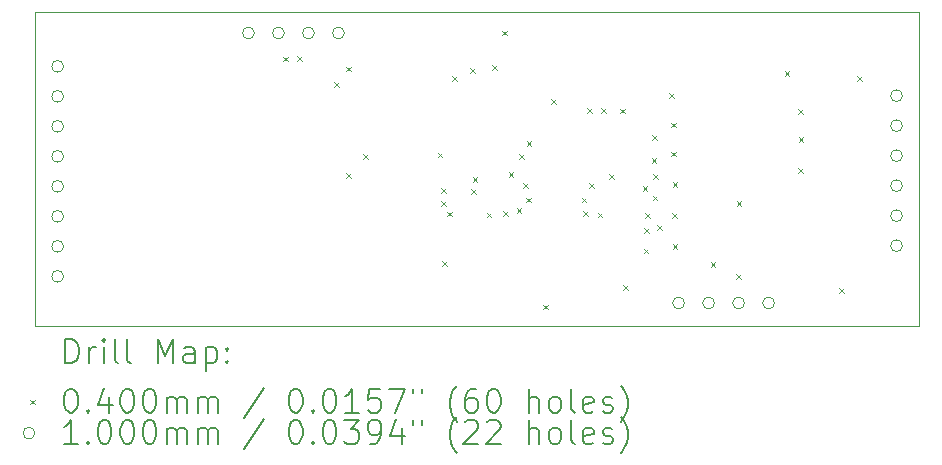
<source format=gbr>
%FSLAX45Y45*%
G04 Gerber Fmt 4.5, Leading zero omitted, Abs format (unit mm)*
G04 Created by KiCad (PCBNEW 6.0.2+dfsg-1~bpo11+1) date 2022-09-15 10:16:21*
%MOMM*%
%LPD*%
G01*
G04 APERTURE LIST*
%TA.AperFunction,Profile*%
%ADD10C,0.100000*%
%TD*%
%ADD11C,0.200000*%
%ADD12C,0.040000*%
%ADD13C,0.100000*%
G04 APERTURE END LIST*
D10*
X10682500Y-8200000D02*
X18162500Y-8200000D01*
X18162500Y-8200000D02*
X18162500Y-10860000D01*
X18162500Y-10860000D02*
X10682500Y-10860000D01*
X10682500Y-10860000D02*
X10682500Y-8200000D01*
D11*
D12*
X12777500Y-8582500D02*
X12817500Y-8622500D01*
X12817500Y-8582500D02*
X12777500Y-8622500D01*
X12897500Y-8577500D02*
X12937500Y-8617500D01*
X12937500Y-8577500D02*
X12897500Y-8617500D01*
X13210000Y-8795000D02*
X13250000Y-8835000D01*
X13250000Y-8795000D02*
X13210000Y-8835000D01*
X13312500Y-9570000D02*
X13352500Y-9610000D01*
X13352500Y-9570000D02*
X13312500Y-9610000D01*
X13315000Y-8667500D02*
X13355000Y-8707500D01*
X13355000Y-8667500D02*
X13315000Y-8707500D01*
X13455000Y-9407500D02*
X13495000Y-9447500D01*
X13495000Y-9407500D02*
X13455000Y-9447500D01*
X14087500Y-9395000D02*
X14127500Y-9435000D01*
X14127500Y-9395000D02*
X14087500Y-9435000D01*
X14117500Y-9805000D02*
X14157500Y-9845000D01*
X14157500Y-9805000D02*
X14117500Y-9845000D01*
X14120000Y-9695000D02*
X14160000Y-9735000D01*
X14160000Y-9695000D02*
X14120000Y-9735000D01*
X14125000Y-10315000D02*
X14165000Y-10355000D01*
X14165000Y-10315000D02*
X14125000Y-10355000D01*
X14167500Y-9895000D02*
X14207500Y-9935000D01*
X14207500Y-9895000D02*
X14167500Y-9935000D01*
X14212500Y-8750000D02*
X14252500Y-8790000D01*
X14252500Y-8750000D02*
X14212500Y-8790000D01*
X14365000Y-8680000D02*
X14405000Y-8720000D01*
X14405000Y-8680000D02*
X14365000Y-8720000D01*
X14372500Y-9702500D02*
X14412500Y-9742500D01*
X14412500Y-9702500D02*
X14372500Y-9742500D01*
X14385000Y-9600000D02*
X14425000Y-9640000D01*
X14425000Y-9600000D02*
X14385000Y-9640000D01*
X14503750Y-9903750D02*
X14543750Y-9943750D01*
X14543750Y-9903750D02*
X14503750Y-9943750D01*
X14550000Y-8655000D02*
X14590000Y-8695000D01*
X14590000Y-8655000D02*
X14550000Y-8695000D01*
X14632500Y-8362500D02*
X14672500Y-8402500D01*
X14672500Y-8362500D02*
X14632500Y-8402500D01*
X14645000Y-9892500D02*
X14685000Y-9932500D01*
X14685000Y-9892500D02*
X14645000Y-9932500D01*
X14690000Y-9557500D02*
X14730000Y-9597500D01*
X14730000Y-9557500D02*
X14690000Y-9597500D01*
X14757500Y-9862500D02*
X14797500Y-9902500D01*
X14797500Y-9862500D02*
X14757500Y-9902500D01*
X14777500Y-9410000D02*
X14817500Y-9450000D01*
X14817500Y-9410000D02*
X14777500Y-9450000D01*
X14810000Y-9655000D02*
X14850000Y-9695000D01*
X14850000Y-9655000D02*
X14810000Y-9695000D01*
X14835000Y-9775000D02*
X14875000Y-9815000D01*
X14875000Y-9775000D02*
X14835000Y-9815000D01*
X14842500Y-9297500D02*
X14882500Y-9337500D01*
X14882500Y-9297500D02*
X14842500Y-9337500D01*
X14980000Y-10682500D02*
X15020000Y-10722500D01*
X15020000Y-10682500D02*
X14980000Y-10722500D01*
X15050000Y-8942500D02*
X15090000Y-8982500D01*
X15090000Y-8942500D02*
X15050000Y-8982500D01*
X15307500Y-9775000D02*
X15347500Y-9815000D01*
X15347500Y-9775000D02*
X15307500Y-9815000D01*
X15317500Y-9887500D02*
X15357500Y-9927500D01*
X15357500Y-9887500D02*
X15317500Y-9927500D01*
X15355000Y-9017500D02*
X15395000Y-9057500D01*
X15395000Y-9017500D02*
X15355000Y-9057500D01*
X15370000Y-9655000D02*
X15410000Y-9695000D01*
X15410000Y-9655000D02*
X15370000Y-9695000D01*
X15442500Y-9902500D02*
X15482500Y-9942500D01*
X15482500Y-9902500D02*
X15442500Y-9942500D01*
X15475000Y-9017500D02*
X15515000Y-9057500D01*
X15515000Y-9017500D02*
X15475000Y-9057500D01*
X15537549Y-9577451D02*
X15577549Y-9617451D01*
X15577549Y-9577451D02*
X15537549Y-9617451D01*
X15632500Y-9022500D02*
X15672500Y-9062500D01*
X15672500Y-9022500D02*
X15632500Y-9062500D01*
X15660000Y-10515000D02*
X15700000Y-10555000D01*
X15700000Y-10515000D02*
X15660000Y-10555000D01*
X15823750Y-9676250D02*
X15863750Y-9716250D01*
X15863750Y-9676250D02*
X15823750Y-9716250D01*
X15832500Y-10207500D02*
X15872500Y-10247500D01*
X15872500Y-10207500D02*
X15832500Y-10247500D01*
X15838769Y-10031231D02*
X15878769Y-10071231D01*
X15878769Y-10031231D02*
X15838769Y-10071231D01*
X15845000Y-9910000D02*
X15885000Y-9950000D01*
X15885000Y-9910000D02*
X15845000Y-9950000D01*
X15900000Y-9442500D02*
X15940000Y-9482500D01*
X15940000Y-9442500D02*
X15900000Y-9482500D01*
X15905000Y-9245000D02*
X15945000Y-9285000D01*
X15945000Y-9245000D02*
X15905000Y-9285000D01*
X15907500Y-9760000D02*
X15947500Y-9800000D01*
X15947500Y-9760000D02*
X15907500Y-9800000D01*
X15912500Y-9575000D02*
X15952500Y-9615000D01*
X15952500Y-9575000D02*
X15912500Y-9615000D01*
X15945000Y-10010000D02*
X15985000Y-10050000D01*
X15985000Y-10010000D02*
X15945000Y-10050000D01*
X16047500Y-8890000D02*
X16087500Y-8930000D01*
X16087500Y-8890000D02*
X16047500Y-8930000D01*
X16062500Y-9140000D02*
X16102500Y-9180000D01*
X16102500Y-9140000D02*
X16062500Y-9180000D01*
X16065000Y-9387500D02*
X16105000Y-9427500D01*
X16105000Y-9387500D02*
X16065000Y-9427500D01*
X16075000Y-9907500D02*
X16115000Y-9947500D01*
X16115000Y-9907500D02*
X16075000Y-9947500D01*
X16077500Y-9645000D02*
X16117500Y-9685000D01*
X16117500Y-9645000D02*
X16077500Y-9685000D01*
X16077500Y-10167500D02*
X16117500Y-10207500D01*
X16117500Y-10167500D02*
X16077500Y-10207500D01*
X16400000Y-10322500D02*
X16440000Y-10362500D01*
X16440000Y-10322500D02*
X16400000Y-10362500D01*
X16616000Y-10426000D02*
X16656000Y-10466000D01*
X16656000Y-10426000D02*
X16616000Y-10466000D01*
X16620000Y-9805000D02*
X16660000Y-9845000D01*
X16660000Y-9805000D02*
X16620000Y-9845000D01*
X17025000Y-8705000D02*
X17065000Y-8745000D01*
X17065000Y-8705000D02*
X17025000Y-8745000D01*
X17140000Y-9527500D02*
X17180000Y-9567500D01*
X17180000Y-9527500D02*
X17140000Y-9567500D01*
X17142500Y-9027500D02*
X17182500Y-9067500D01*
X17182500Y-9027500D02*
X17142500Y-9067500D01*
X17145000Y-9265000D02*
X17185000Y-9305000D01*
X17185000Y-9265000D02*
X17145000Y-9305000D01*
X17485000Y-10542500D02*
X17525000Y-10582500D01*
X17525000Y-10542500D02*
X17485000Y-10582500D01*
X17640000Y-8745000D02*
X17680000Y-8785000D01*
X17680000Y-8745000D02*
X17640000Y-8785000D01*
D13*
X10920000Y-8664500D02*
G75*
G03*
X10920000Y-8664500I-50000J0D01*
G01*
X10920000Y-8918500D02*
G75*
G03*
X10920000Y-8918500I-50000J0D01*
G01*
X10920000Y-9172500D02*
G75*
G03*
X10920000Y-9172500I-50000J0D01*
G01*
X10920000Y-9426500D02*
G75*
G03*
X10920000Y-9426500I-50000J0D01*
G01*
X10920000Y-9680500D02*
G75*
G03*
X10920000Y-9680500I-50000J0D01*
G01*
X10920000Y-9934500D02*
G75*
G03*
X10920000Y-9934500I-50000J0D01*
G01*
X10920000Y-10188500D02*
G75*
G03*
X10920000Y-10188500I-50000J0D01*
G01*
X10920000Y-10442500D02*
G75*
G03*
X10920000Y-10442500I-50000J0D01*
G01*
X12535000Y-8382000D02*
G75*
G03*
X12535000Y-8382000I-50000J0D01*
G01*
X12789000Y-8382000D02*
G75*
G03*
X12789000Y-8382000I-50000J0D01*
G01*
X13043000Y-8382000D02*
G75*
G03*
X13043000Y-8382000I-50000J0D01*
G01*
X13297000Y-8382000D02*
G75*
G03*
X13297000Y-8382000I-50000J0D01*
G01*
X16178000Y-10668000D02*
G75*
G03*
X16178000Y-10668000I-50000J0D01*
G01*
X16432000Y-10668000D02*
G75*
G03*
X16432000Y-10668000I-50000J0D01*
G01*
X16686000Y-10668000D02*
G75*
G03*
X16686000Y-10668000I-50000J0D01*
G01*
X16940000Y-10668000D02*
G75*
G03*
X16940000Y-10668000I-50000J0D01*
G01*
X18022500Y-8912500D02*
G75*
G03*
X18022500Y-8912500I-50000J0D01*
G01*
X18022500Y-9166500D02*
G75*
G03*
X18022500Y-9166500I-50000J0D01*
G01*
X18022500Y-9420500D02*
G75*
G03*
X18022500Y-9420500I-50000J0D01*
G01*
X18022500Y-9674500D02*
G75*
G03*
X18022500Y-9674500I-50000J0D01*
G01*
X18022500Y-9928500D02*
G75*
G03*
X18022500Y-9928500I-50000J0D01*
G01*
X18022500Y-10182500D02*
G75*
G03*
X18022500Y-10182500I-50000J0D01*
G01*
D11*
X10935119Y-11175476D02*
X10935119Y-10975476D01*
X10982738Y-10975476D01*
X11011310Y-10985000D01*
X11030357Y-11004048D01*
X11039881Y-11023095D01*
X11049405Y-11061190D01*
X11049405Y-11089762D01*
X11039881Y-11127857D01*
X11030357Y-11146905D01*
X11011310Y-11165952D01*
X10982738Y-11175476D01*
X10935119Y-11175476D01*
X11135119Y-11175476D02*
X11135119Y-11042143D01*
X11135119Y-11080238D02*
X11144643Y-11061190D01*
X11154167Y-11051667D01*
X11173214Y-11042143D01*
X11192262Y-11042143D01*
X11258928Y-11175476D02*
X11258928Y-11042143D01*
X11258928Y-10975476D02*
X11249405Y-10985000D01*
X11258928Y-10994524D01*
X11268452Y-10985000D01*
X11258928Y-10975476D01*
X11258928Y-10994524D01*
X11382738Y-11175476D02*
X11363690Y-11165952D01*
X11354167Y-11146905D01*
X11354167Y-10975476D01*
X11487500Y-11175476D02*
X11468452Y-11165952D01*
X11458928Y-11146905D01*
X11458928Y-10975476D01*
X11716071Y-11175476D02*
X11716071Y-10975476D01*
X11782738Y-11118333D01*
X11849405Y-10975476D01*
X11849405Y-11175476D01*
X12030357Y-11175476D02*
X12030357Y-11070714D01*
X12020833Y-11051667D01*
X12001786Y-11042143D01*
X11963690Y-11042143D01*
X11944643Y-11051667D01*
X12030357Y-11165952D02*
X12011309Y-11175476D01*
X11963690Y-11175476D01*
X11944643Y-11165952D01*
X11935119Y-11146905D01*
X11935119Y-11127857D01*
X11944643Y-11108810D01*
X11963690Y-11099286D01*
X12011309Y-11099286D01*
X12030357Y-11089762D01*
X12125595Y-11042143D02*
X12125595Y-11242143D01*
X12125595Y-11051667D02*
X12144643Y-11042143D01*
X12182738Y-11042143D01*
X12201786Y-11051667D01*
X12211309Y-11061190D01*
X12220833Y-11080238D01*
X12220833Y-11137381D01*
X12211309Y-11156429D01*
X12201786Y-11165952D01*
X12182738Y-11175476D01*
X12144643Y-11175476D01*
X12125595Y-11165952D01*
X12306548Y-11156429D02*
X12316071Y-11165952D01*
X12306548Y-11175476D01*
X12297024Y-11165952D01*
X12306548Y-11156429D01*
X12306548Y-11175476D01*
X12306548Y-11051667D02*
X12316071Y-11061190D01*
X12306548Y-11070714D01*
X12297024Y-11061190D01*
X12306548Y-11051667D01*
X12306548Y-11070714D01*
D12*
X10637500Y-11485000D02*
X10677500Y-11525000D01*
X10677500Y-11485000D02*
X10637500Y-11525000D01*
D11*
X10973214Y-11395476D02*
X10992262Y-11395476D01*
X11011310Y-11405000D01*
X11020833Y-11414524D01*
X11030357Y-11433571D01*
X11039881Y-11471667D01*
X11039881Y-11519286D01*
X11030357Y-11557381D01*
X11020833Y-11576428D01*
X11011310Y-11585952D01*
X10992262Y-11595476D01*
X10973214Y-11595476D01*
X10954167Y-11585952D01*
X10944643Y-11576428D01*
X10935119Y-11557381D01*
X10925595Y-11519286D01*
X10925595Y-11471667D01*
X10935119Y-11433571D01*
X10944643Y-11414524D01*
X10954167Y-11405000D01*
X10973214Y-11395476D01*
X11125595Y-11576428D02*
X11135119Y-11585952D01*
X11125595Y-11595476D01*
X11116071Y-11585952D01*
X11125595Y-11576428D01*
X11125595Y-11595476D01*
X11306548Y-11462143D02*
X11306548Y-11595476D01*
X11258928Y-11385952D02*
X11211309Y-11528809D01*
X11335119Y-11528809D01*
X11449405Y-11395476D02*
X11468452Y-11395476D01*
X11487500Y-11405000D01*
X11497024Y-11414524D01*
X11506548Y-11433571D01*
X11516071Y-11471667D01*
X11516071Y-11519286D01*
X11506548Y-11557381D01*
X11497024Y-11576428D01*
X11487500Y-11585952D01*
X11468452Y-11595476D01*
X11449405Y-11595476D01*
X11430357Y-11585952D01*
X11420833Y-11576428D01*
X11411309Y-11557381D01*
X11401786Y-11519286D01*
X11401786Y-11471667D01*
X11411309Y-11433571D01*
X11420833Y-11414524D01*
X11430357Y-11405000D01*
X11449405Y-11395476D01*
X11639881Y-11395476D02*
X11658928Y-11395476D01*
X11677976Y-11405000D01*
X11687500Y-11414524D01*
X11697024Y-11433571D01*
X11706548Y-11471667D01*
X11706548Y-11519286D01*
X11697024Y-11557381D01*
X11687500Y-11576428D01*
X11677976Y-11585952D01*
X11658928Y-11595476D01*
X11639881Y-11595476D01*
X11620833Y-11585952D01*
X11611309Y-11576428D01*
X11601786Y-11557381D01*
X11592262Y-11519286D01*
X11592262Y-11471667D01*
X11601786Y-11433571D01*
X11611309Y-11414524D01*
X11620833Y-11405000D01*
X11639881Y-11395476D01*
X11792262Y-11595476D02*
X11792262Y-11462143D01*
X11792262Y-11481190D02*
X11801786Y-11471667D01*
X11820833Y-11462143D01*
X11849405Y-11462143D01*
X11868452Y-11471667D01*
X11877976Y-11490714D01*
X11877976Y-11595476D01*
X11877976Y-11490714D02*
X11887500Y-11471667D01*
X11906548Y-11462143D01*
X11935119Y-11462143D01*
X11954167Y-11471667D01*
X11963690Y-11490714D01*
X11963690Y-11595476D01*
X12058928Y-11595476D02*
X12058928Y-11462143D01*
X12058928Y-11481190D02*
X12068452Y-11471667D01*
X12087500Y-11462143D01*
X12116071Y-11462143D01*
X12135119Y-11471667D01*
X12144643Y-11490714D01*
X12144643Y-11595476D01*
X12144643Y-11490714D02*
X12154167Y-11471667D01*
X12173214Y-11462143D01*
X12201786Y-11462143D01*
X12220833Y-11471667D01*
X12230357Y-11490714D01*
X12230357Y-11595476D01*
X12620833Y-11385952D02*
X12449405Y-11643095D01*
X12877976Y-11395476D02*
X12897024Y-11395476D01*
X12916071Y-11405000D01*
X12925595Y-11414524D01*
X12935119Y-11433571D01*
X12944643Y-11471667D01*
X12944643Y-11519286D01*
X12935119Y-11557381D01*
X12925595Y-11576428D01*
X12916071Y-11585952D01*
X12897024Y-11595476D01*
X12877976Y-11595476D01*
X12858928Y-11585952D01*
X12849405Y-11576428D01*
X12839881Y-11557381D01*
X12830357Y-11519286D01*
X12830357Y-11471667D01*
X12839881Y-11433571D01*
X12849405Y-11414524D01*
X12858928Y-11405000D01*
X12877976Y-11395476D01*
X13030357Y-11576428D02*
X13039881Y-11585952D01*
X13030357Y-11595476D01*
X13020833Y-11585952D01*
X13030357Y-11576428D01*
X13030357Y-11595476D01*
X13163690Y-11395476D02*
X13182738Y-11395476D01*
X13201786Y-11405000D01*
X13211309Y-11414524D01*
X13220833Y-11433571D01*
X13230357Y-11471667D01*
X13230357Y-11519286D01*
X13220833Y-11557381D01*
X13211309Y-11576428D01*
X13201786Y-11585952D01*
X13182738Y-11595476D01*
X13163690Y-11595476D01*
X13144643Y-11585952D01*
X13135119Y-11576428D01*
X13125595Y-11557381D01*
X13116071Y-11519286D01*
X13116071Y-11471667D01*
X13125595Y-11433571D01*
X13135119Y-11414524D01*
X13144643Y-11405000D01*
X13163690Y-11395476D01*
X13420833Y-11595476D02*
X13306548Y-11595476D01*
X13363690Y-11595476D02*
X13363690Y-11395476D01*
X13344643Y-11424048D01*
X13325595Y-11443095D01*
X13306548Y-11452619D01*
X13601786Y-11395476D02*
X13506548Y-11395476D01*
X13497024Y-11490714D01*
X13506548Y-11481190D01*
X13525595Y-11471667D01*
X13573214Y-11471667D01*
X13592262Y-11481190D01*
X13601786Y-11490714D01*
X13611309Y-11509762D01*
X13611309Y-11557381D01*
X13601786Y-11576428D01*
X13592262Y-11585952D01*
X13573214Y-11595476D01*
X13525595Y-11595476D01*
X13506548Y-11585952D01*
X13497024Y-11576428D01*
X13677976Y-11395476D02*
X13811309Y-11395476D01*
X13725595Y-11595476D01*
X13877976Y-11395476D02*
X13877976Y-11433571D01*
X13954167Y-11395476D02*
X13954167Y-11433571D01*
X14249405Y-11671667D02*
X14239881Y-11662143D01*
X14220833Y-11633571D01*
X14211309Y-11614524D01*
X14201786Y-11585952D01*
X14192262Y-11538333D01*
X14192262Y-11500238D01*
X14201786Y-11452619D01*
X14211309Y-11424048D01*
X14220833Y-11405000D01*
X14239881Y-11376428D01*
X14249405Y-11366905D01*
X14411309Y-11395476D02*
X14373214Y-11395476D01*
X14354167Y-11405000D01*
X14344643Y-11414524D01*
X14325595Y-11443095D01*
X14316071Y-11481190D01*
X14316071Y-11557381D01*
X14325595Y-11576428D01*
X14335119Y-11585952D01*
X14354167Y-11595476D01*
X14392262Y-11595476D01*
X14411309Y-11585952D01*
X14420833Y-11576428D01*
X14430357Y-11557381D01*
X14430357Y-11509762D01*
X14420833Y-11490714D01*
X14411309Y-11481190D01*
X14392262Y-11471667D01*
X14354167Y-11471667D01*
X14335119Y-11481190D01*
X14325595Y-11490714D01*
X14316071Y-11509762D01*
X14554167Y-11395476D02*
X14573214Y-11395476D01*
X14592262Y-11405000D01*
X14601786Y-11414524D01*
X14611309Y-11433571D01*
X14620833Y-11471667D01*
X14620833Y-11519286D01*
X14611309Y-11557381D01*
X14601786Y-11576428D01*
X14592262Y-11585952D01*
X14573214Y-11595476D01*
X14554167Y-11595476D01*
X14535119Y-11585952D01*
X14525595Y-11576428D01*
X14516071Y-11557381D01*
X14506548Y-11519286D01*
X14506548Y-11471667D01*
X14516071Y-11433571D01*
X14525595Y-11414524D01*
X14535119Y-11405000D01*
X14554167Y-11395476D01*
X14858928Y-11595476D02*
X14858928Y-11395476D01*
X14944643Y-11595476D02*
X14944643Y-11490714D01*
X14935119Y-11471667D01*
X14916071Y-11462143D01*
X14887500Y-11462143D01*
X14868452Y-11471667D01*
X14858928Y-11481190D01*
X15068452Y-11595476D02*
X15049405Y-11585952D01*
X15039881Y-11576428D01*
X15030357Y-11557381D01*
X15030357Y-11500238D01*
X15039881Y-11481190D01*
X15049405Y-11471667D01*
X15068452Y-11462143D01*
X15097024Y-11462143D01*
X15116071Y-11471667D01*
X15125595Y-11481190D01*
X15135119Y-11500238D01*
X15135119Y-11557381D01*
X15125595Y-11576428D01*
X15116071Y-11585952D01*
X15097024Y-11595476D01*
X15068452Y-11595476D01*
X15249405Y-11595476D02*
X15230357Y-11585952D01*
X15220833Y-11566905D01*
X15220833Y-11395476D01*
X15401786Y-11585952D02*
X15382738Y-11595476D01*
X15344643Y-11595476D01*
X15325595Y-11585952D01*
X15316071Y-11566905D01*
X15316071Y-11490714D01*
X15325595Y-11471667D01*
X15344643Y-11462143D01*
X15382738Y-11462143D01*
X15401786Y-11471667D01*
X15411309Y-11490714D01*
X15411309Y-11509762D01*
X15316071Y-11528809D01*
X15487500Y-11585952D02*
X15506548Y-11595476D01*
X15544643Y-11595476D01*
X15563690Y-11585952D01*
X15573214Y-11566905D01*
X15573214Y-11557381D01*
X15563690Y-11538333D01*
X15544643Y-11528809D01*
X15516071Y-11528809D01*
X15497024Y-11519286D01*
X15487500Y-11500238D01*
X15487500Y-11490714D01*
X15497024Y-11471667D01*
X15516071Y-11462143D01*
X15544643Y-11462143D01*
X15563690Y-11471667D01*
X15639881Y-11671667D02*
X15649405Y-11662143D01*
X15668452Y-11633571D01*
X15677976Y-11614524D01*
X15687500Y-11585952D01*
X15697024Y-11538333D01*
X15697024Y-11500238D01*
X15687500Y-11452619D01*
X15677976Y-11424048D01*
X15668452Y-11405000D01*
X15649405Y-11376428D01*
X15639881Y-11366905D01*
D13*
X10677500Y-11769000D02*
G75*
G03*
X10677500Y-11769000I-50000J0D01*
G01*
D11*
X11039881Y-11859476D02*
X10925595Y-11859476D01*
X10982738Y-11859476D02*
X10982738Y-11659476D01*
X10963690Y-11688048D01*
X10944643Y-11707095D01*
X10925595Y-11716619D01*
X11125595Y-11840428D02*
X11135119Y-11849952D01*
X11125595Y-11859476D01*
X11116071Y-11849952D01*
X11125595Y-11840428D01*
X11125595Y-11859476D01*
X11258928Y-11659476D02*
X11277976Y-11659476D01*
X11297024Y-11669000D01*
X11306548Y-11678524D01*
X11316071Y-11697571D01*
X11325595Y-11735667D01*
X11325595Y-11783286D01*
X11316071Y-11821381D01*
X11306548Y-11840428D01*
X11297024Y-11849952D01*
X11277976Y-11859476D01*
X11258928Y-11859476D01*
X11239881Y-11849952D01*
X11230357Y-11840428D01*
X11220833Y-11821381D01*
X11211309Y-11783286D01*
X11211309Y-11735667D01*
X11220833Y-11697571D01*
X11230357Y-11678524D01*
X11239881Y-11669000D01*
X11258928Y-11659476D01*
X11449405Y-11659476D02*
X11468452Y-11659476D01*
X11487500Y-11669000D01*
X11497024Y-11678524D01*
X11506548Y-11697571D01*
X11516071Y-11735667D01*
X11516071Y-11783286D01*
X11506548Y-11821381D01*
X11497024Y-11840428D01*
X11487500Y-11849952D01*
X11468452Y-11859476D01*
X11449405Y-11859476D01*
X11430357Y-11849952D01*
X11420833Y-11840428D01*
X11411309Y-11821381D01*
X11401786Y-11783286D01*
X11401786Y-11735667D01*
X11411309Y-11697571D01*
X11420833Y-11678524D01*
X11430357Y-11669000D01*
X11449405Y-11659476D01*
X11639881Y-11659476D02*
X11658928Y-11659476D01*
X11677976Y-11669000D01*
X11687500Y-11678524D01*
X11697024Y-11697571D01*
X11706548Y-11735667D01*
X11706548Y-11783286D01*
X11697024Y-11821381D01*
X11687500Y-11840428D01*
X11677976Y-11849952D01*
X11658928Y-11859476D01*
X11639881Y-11859476D01*
X11620833Y-11849952D01*
X11611309Y-11840428D01*
X11601786Y-11821381D01*
X11592262Y-11783286D01*
X11592262Y-11735667D01*
X11601786Y-11697571D01*
X11611309Y-11678524D01*
X11620833Y-11669000D01*
X11639881Y-11659476D01*
X11792262Y-11859476D02*
X11792262Y-11726143D01*
X11792262Y-11745190D02*
X11801786Y-11735667D01*
X11820833Y-11726143D01*
X11849405Y-11726143D01*
X11868452Y-11735667D01*
X11877976Y-11754714D01*
X11877976Y-11859476D01*
X11877976Y-11754714D02*
X11887500Y-11735667D01*
X11906548Y-11726143D01*
X11935119Y-11726143D01*
X11954167Y-11735667D01*
X11963690Y-11754714D01*
X11963690Y-11859476D01*
X12058928Y-11859476D02*
X12058928Y-11726143D01*
X12058928Y-11745190D02*
X12068452Y-11735667D01*
X12087500Y-11726143D01*
X12116071Y-11726143D01*
X12135119Y-11735667D01*
X12144643Y-11754714D01*
X12144643Y-11859476D01*
X12144643Y-11754714D02*
X12154167Y-11735667D01*
X12173214Y-11726143D01*
X12201786Y-11726143D01*
X12220833Y-11735667D01*
X12230357Y-11754714D01*
X12230357Y-11859476D01*
X12620833Y-11649952D02*
X12449405Y-11907095D01*
X12877976Y-11659476D02*
X12897024Y-11659476D01*
X12916071Y-11669000D01*
X12925595Y-11678524D01*
X12935119Y-11697571D01*
X12944643Y-11735667D01*
X12944643Y-11783286D01*
X12935119Y-11821381D01*
X12925595Y-11840428D01*
X12916071Y-11849952D01*
X12897024Y-11859476D01*
X12877976Y-11859476D01*
X12858928Y-11849952D01*
X12849405Y-11840428D01*
X12839881Y-11821381D01*
X12830357Y-11783286D01*
X12830357Y-11735667D01*
X12839881Y-11697571D01*
X12849405Y-11678524D01*
X12858928Y-11669000D01*
X12877976Y-11659476D01*
X13030357Y-11840428D02*
X13039881Y-11849952D01*
X13030357Y-11859476D01*
X13020833Y-11849952D01*
X13030357Y-11840428D01*
X13030357Y-11859476D01*
X13163690Y-11659476D02*
X13182738Y-11659476D01*
X13201786Y-11669000D01*
X13211309Y-11678524D01*
X13220833Y-11697571D01*
X13230357Y-11735667D01*
X13230357Y-11783286D01*
X13220833Y-11821381D01*
X13211309Y-11840428D01*
X13201786Y-11849952D01*
X13182738Y-11859476D01*
X13163690Y-11859476D01*
X13144643Y-11849952D01*
X13135119Y-11840428D01*
X13125595Y-11821381D01*
X13116071Y-11783286D01*
X13116071Y-11735667D01*
X13125595Y-11697571D01*
X13135119Y-11678524D01*
X13144643Y-11669000D01*
X13163690Y-11659476D01*
X13297024Y-11659476D02*
X13420833Y-11659476D01*
X13354167Y-11735667D01*
X13382738Y-11735667D01*
X13401786Y-11745190D01*
X13411309Y-11754714D01*
X13420833Y-11773762D01*
X13420833Y-11821381D01*
X13411309Y-11840428D01*
X13401786Y-11849952D01*
X13382738Y-11859476D01*
X13325595Y-11859476D01*
X13306548Y-11849952D01*
X13297024Y-11840428D01*
X13516071Y-11859476D02*
X13554167Y-11859476D01*
X13573214Y-11849952D01*
X13582738Y-11840428D01*
X13601786Y-11811857D01*
X13611309Y-11773762D01*
X13611309Y-11697571D01*
X13601786Y-11678524D01*
X13592262Y-11669000D01*
X13573214Y-11659476D01*
X13535119Y-11659476D01*
X13516071Y-11669000D01*
X13506548Y-11678524D01*
X13497024Y-11697571D01*
X13497024Y-11745190D01*
X13506548Y-11764238D01*
X13516071Y-11773762D01*
X13535119Y-11783286D01*
X13573214Y-11783286D01*
X13592262Y-11773762D01*
X13601786Y-11764238D01*
X13611309Y-11745190D01*
X13782738Y-11726143D02*
X13782738Y-11859476D01*
X13735119Y-11649952D02*
X13687500Y-11792809D01*
X13811309Y-11792809D01*
X13877976Y-11659476D02*
X13877976Y-11697571D01*
X13954167Y-11659476D02*
X13954167Y-11697571D01*
X14249405Y-11935667D02*
X14239881Y-11926143D01*
X14220833Y-11897571D01*
X14211309Y-11878524D01*
X14201786Y-11849952D01*
X14192262Y-11802333D01*
X14192262Y-11764238D01*
X14201786Y-11716619D01*
X14211309Y-11688048D01*
X14220833Y-11669000D01*
X14239881Y-11640428D01*
X14249405Y-11630905D01*
X14316071Y-11678524D02*
X14325595Y-11669000D01*
X14344643Y-11659476D01*
X14392262Y-11659476D01*
X14411309Y-11669000D01*
X14420833Y-11678524D01*
X14430357Y-11697571D01*
X14430357Y-11716619D01*
X14420833Y-11745190D01*
X14306548Y-11859476D01*
X14430357Y-11859476D01*
X14506548Y-11678524D02*
X14516071Y-11669000D01*
X14535119Y-11659476D01*
X14582738Y-11659476D01*
X14601786Y-11669000D01*
X14611309Y-11678524D01*
X14620833Y-11697571D01*
X14620833Y-11716619D01*
X14611309Y-11745190D01*
X14497024Y-11859476D01*
X14620833Y-11859476D01*
X14858928Y-11859476D02*
X14858928Y-11659476D01*
X14944643Y-11859476D02*
X14944643Y-11754714D01*
X14935119Y-11735667D01*
X14916071Y-11726143D01*
X14887500Y-11726143D01*
X14868452Y-11735667D01*
X14858928Y-11745190D01*
X15068452Y-11859476D02*
X15049405Y-11849952D01*
X15039881Y-11840428D01*
X15030357Y-11821381D01*
X15030357Y-11764238D01*
X15039881Y-11745190D01*
X15049405Y-11735667D01*
X15068452Y-11726143D01*
X15097024Y-11726143D01*
X15116071Y-11735667D01*
X15125595Y-11745190D01*
X15135119Y-11764238D01*
X15135119Y-11821381D01*
X15125595Y-11840428D01*
X15116071Y-11849952D01*
X15097024Y-11859476D01*
X15068452Y-11859476D01*
X15249405Y-11859476D02*
X15230357Y-11849952D01*
X15220833Y-11830905D01*
X15220833Y-11659476D01*
X15401786Y-11849952D02*
X15382738Y-11859476D01*
X15344643Y-11859476D01*
X15325595Y-11849952D01*
X15316071Y-11830905D01*
X15316071Y-11754714D01*
X15325595Y-11735667D01*
X15344643Y-11726143D01*
X15382738Y-11726143D01*
X15401786Y-11735667D01*
X15411309Y-11754714D01*
X15411309Y-11773762D01*
X15316071Y-11792809D01*
X15487500Y-11849952D02*
X15506548Y-11859476D01*
X15544643Y-11859476D01*
X15563690Y-11849952D01*
X15573214Y-11830905D01*
X15573214Y-11821381D01*
X15563690Y-11802333D01*
X15544643Y-11792809D01*
X15516071Y-11792809D01*
X15497024Y-11783286D01*
X15487500Y-11764238D01*
X15487500Y-11754714D01*
X15497024Y-11735667D01*
X15516071Y-11726143D01*
X15544643Y-11726143D01*
X15563690Y-11735667D01*
X15639881Y-11935667D02*
X15649405Y-11926143D01*
X15668452Y-11897571D01*
X15677976Y-11878524D01*
X15687500Y-11849952D01*
X15697024Y-11802333D01*
X15697024Y-11764238D01*
X15687500Y-11716619D01*
X15677976Y-11688048D01*
X15668452Y-11669000D01*
X15649405Y-11640428D01*
X15639881Y-11630905D01*
M02*

</source>
